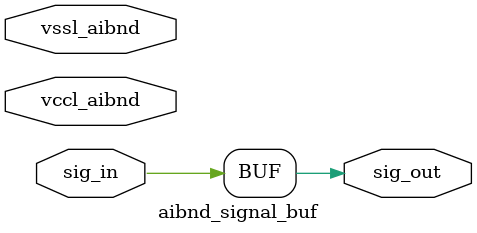
<source format=v>

module aibnd_signal_buf ( sig_out, sig_in, vccl_aibnd, vssl_aibnd );

output  sig_out;

input  sig_in, vccl_aibnd, vssl_aibnd;

wire sig_in, sig_out; // Conversion Sript Generated


// specify 
//     specparam CDS_LIBNAME  = "aibnd_lib";
//     specparam CDS_CELLNAME = "aibnd_signal_buf";
//     specparam CDS_VIEWNAME = "schematic";
// endspecify

assign sig_out = sig_in;

endmodule


</source>
